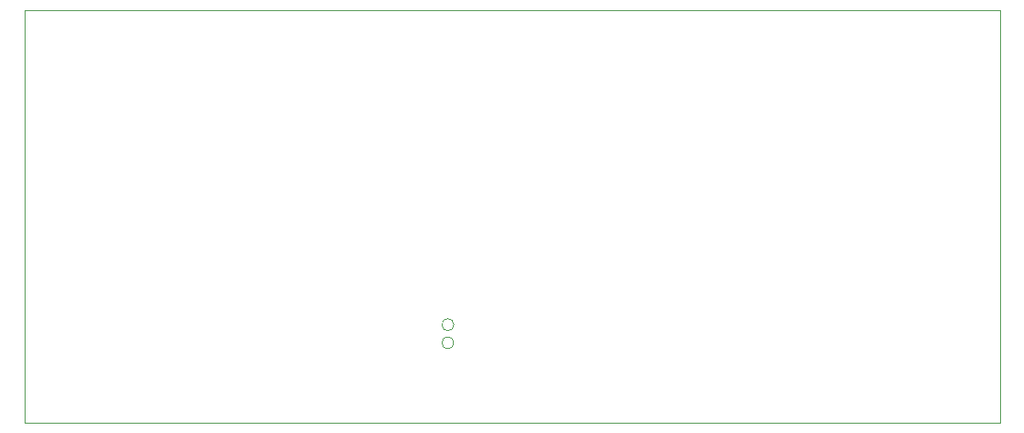
<source format=gbr>
G04 #@! TF.GenerationSoftware,KiCad,Pcbnew,(5.1.5)-3*
G04 #@! TF.CreationDate,2021-02-19T06:08:40+08:00*
G04 #@! TF.ProjectId,SMD810x_breakout,534d4438-3130-4785-9f62-7265616b6f75,rev?*
G04 #@! TF.SameCoordinates,Original*
G04 #@! TF.FileFunction,Profile,NP*
%FSLAX46Y46*%
G04 Gerber Fmt 4.6, Leading zero omitted, Abs format (unit mm)*
G04 Created by KiCad (PCBNEW (5.1.5)-3) date 2021-02-19 06:08:40*
%MOMM*%
%LPD*%
G04 APERTURE LIST*
%ADD10C,0.050000*%
G04 APERTURE END LIST*
D10*
X140690000Y-93580000D02*
G75*
G03X140690000Y-93580000I-600000J0D01*
G01*
X140700000Y-91770000D02*
G75*
G03X140700000Y-91770000I-600000J0D01*
G01*
X98000000Y-60500000D02*
X98000000Y-101500000D01*
X195000000Y-101500000D02*
X98000000Y-101500000D01*
X195000000Y-60500000D02*
X195000000Y-101500000D01*
X98000000Y-60500000D02*
X195000000Y-60500000D01*
M02*

</source>
